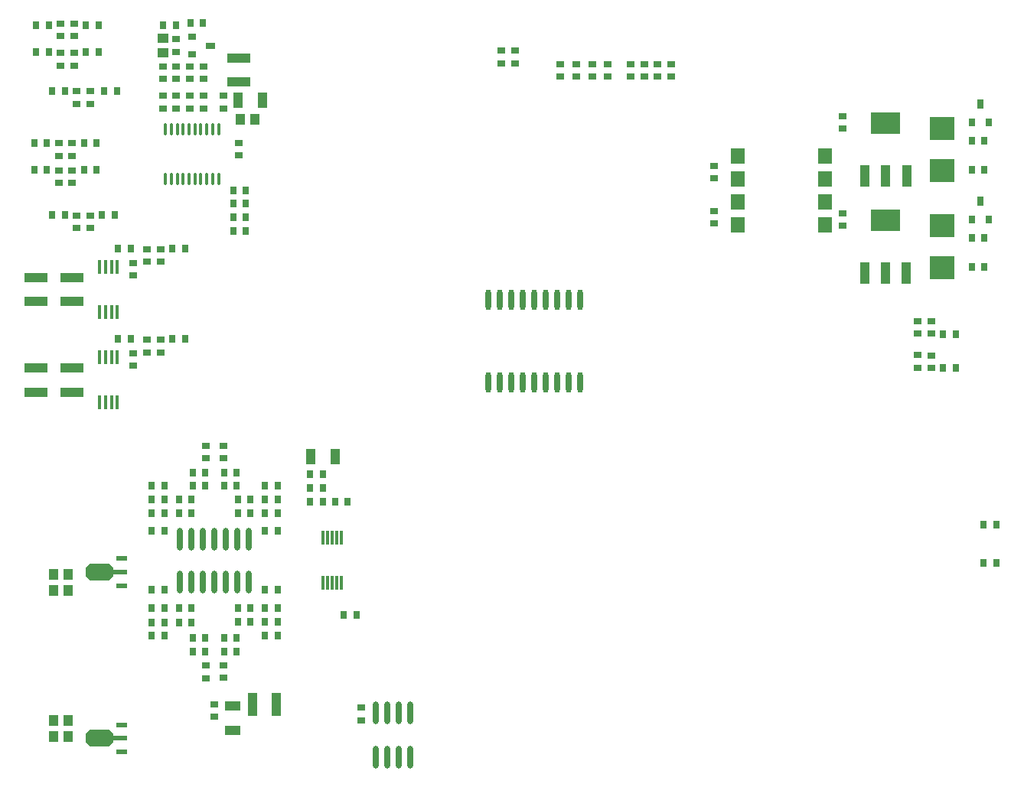
<source format=gtp>
G04*
G04 #@! TF.GenerationSoftware,Altium Limited,Altium Designer,19.1.6 (110)*
G04*
G04 Layer_Color=8421504*
%FSLAX44Y44*%
%MOMM*%
G71*
G01*
G75*
%ADD19R,2.6000X1.1000*%
%ADD20R,1.0000X1.3000*%
%ADD21R,0.8000X0.9000*%
%ADD22R,0.9000X0.8000*%
%ADD23R,0.9000X0.6500*%
%ADD24R,1.1000X0.6500*%
%ADD25R,1.3000X1.0000*%
%ADD26R,1.1000X1.7000*%
%ADD27O,0.4000X1.3500*%
%ADD28R,0.4000X1.6000*%
%ADD29O,0.7000X2.5000*%
%ADD30R,0.4000X1.5000*%
%ADD31R,1.1000X2.6000*%
%ADD32R,1.2000X0.5000*%
%ADD33R,1.6000X0.5000*%
G04:AMPARAMS|DCode=34|XSize=1.8mm|YSize=3mm|CornerRadius=0mm|HoleSize=0mm|Usage=FLASHONLY|Rotation=270.000|XOffset=0mm|YOffset=0mm|HoleType=Round|Shape=Octagon|*
%AMOCTAGOND34*
4,1,8,1.5000,0.4500,1.5000,-0.4500,1.0500,-0.9000,-1.0500,-0.9000,-1.5000,-0.4500,-1.5000,0.4500,-1.0500,0.9000,1.0500,0.9000,1.5000,0.4500,0.0*
%
%ADD34OCTAGOND34*%

%ADD35R,1.0000X2.4000*%
%ADD36R,3.3000X2.4000*%
%ADD37R,1.6500X1.7000*%
%ADD38O,0.6000X2.3000*%
%ADD39R,0.6500X0.9000*%
%ADD40R,0.6500X1.1000*%
%ADD41R,1.7000X1.1000*%
%ADD42R,2.7432X2.6162*%
D19*
X-707497Y108500D02*
D03*
Y81500D02*
D03*
X-747497Y108500D02*
D03*
Y81500D02*
D03*
X-707497Y8500D02*
D03*
Y-18500D02*
D03*
X-747497Y8500D02*
D03*
Y-18500D02*
D03*
X-523500Y324502D02*
D03*
Y351502D02*
D03*
D20*
X-727998Y-220399D02*
D03*
X-711998D02*
D03*
X-727998Y-237899D02*
D03*
X-711998D02*
D03*
X-521500Y282985D02*
D03*
X-505500D02*
D03*
X-727998Y-399496D02*
D03*
X-711998D02*
D03*
X-727998Y-381996D02*
D03*
X-711998D02*
D03*
D21*
X-658002Y315000D02*
D03*
X-672002D02*
D03*
X-729498Y315000D02*
D03*
X-715498D02*
D03*
X-747500Y357500D02*
D03*
X-733500D02*
D03*
X-678503Y357500D02*
D03*
X-692503D02*
D03*
X-678503Y387500D02*
D03*
X-692503D02*
D03*
X-606998Y387500D02*
D03*
X-592998D02*
D03*
X-680502Y257500D02*
D03*
X-694502D02*
D03*
X-749498Y227500D02*
D03*
X-735498D02*
D03*
X-729498Y177500D02*
D03*
X-715498D02*
D03*
X-660502Y177500D02*
D03*
X-674502D02*
D03*
X-680502Y227500D02*
D03*
X-694502D02*
D03*
X-656996Y40000D02*
D03*
X-642996D02*
D03*
X-582999Y40000D02*
D03*
X-596999D02*
D03*
X-619498Y-257999D02*
D03*
X-605498D02*
D03*
X-619502Y-273499D02*
D03*
X-605502D02*
D03*
X-605503Y-287999D02*
D03*
X-619503D02*
D03*
X-510502Y-152499D02*
D03*
X-524502D02*
D03*
X-539498Y-122499D02*
D03*
X-525498D02*
D03*
X-510502Y-137499D02*
D03*
X-524502D02*
D03*
X-480502Y-172499D02*
D03*
X-494502D02*
D03*
X-494498Y-152499D02*
D03*
X-480498D02*
D03*
X-480502Y-137499D02*
D03*
X-494502D02*
D03*
X-539498Y-107499D02*
D03*
X-525498D02*
D03*
X-560502Y-122499D02*
D03*
X-574502D02*
D03*
X-560502Y-107499D02*
D03*
X-574502D02*
D03*
X-589498Y-152499D02*
D03*
X-575498D02*
D03*
X-589498Y-137499D02*
D03*
X-575498D02*
D03*
X-480502Y-122499D02*
D03*
X-494502D02*
D03*
X-444498Y-109500D02*
D03*
X-430498D02*
D03*
X-430502Y-125000D02*
D03*
X-444502D02*
D03*
X-444498Y-140000D02*
D03*
X-430498D02*
D03*
X-403002Y-140000D02*
D03*
X-417002D02*
D03*
X-480502Y-237499D02*
D03*
X-494502D02*
D03*
X-480502Y-257999D02*
D03*
X-494502D02*
D03*
X-494498Y-272999D02*
D03*
X-480498D02*
D03*
X-480502Y-287999D02*
D03*
X-494502D02*
D03*
X-510502Y-272999D02*
D03*
X-524502D02*
D03*
X-510502Y-257999D02*
D03*
X-524502D02*
D03*
X-589498Y-257999D02*
D03*
X-575498D02*
D03*
X-589750Y-273499D02*
D03*
X-575750D02*
D03*
X-539498Y-290499D02*
D03*
X-525498D02*
D03*
X-539498Y-305499D02*
D03*
X-525498D02*
D03*
X-560502Y-305499D02*
D03*
X-574502D02*
D03*
X-560502Y-290499D02*
D03*
X-574502D02*
D03*
X-619498Y-237499D02*
D03*
X-605498D02*
D03*
X-582999Y140000D02*
D03*
X-596999D02*
D03*
X-515502Y205000D02*
D03*
X-529502D02*
D03*
X-515502Y175000D02*
D03*
X-529502D02*
D03*
X-747500Y387500D02*
D03*
X-733500D02*
D03*
X-529498Y190000D02*
D03*
X-515498D02*
D03*
X-656996Y140000D02*
D03*
X-642996D02*
D03*
X-619498Y-137499D02*
D03*
X-605498D02*
D03*
X-619498Y-122499D02*
D03*
X-605498D02*
D03*
X-619498Y-172499D02*
D03*
X-605498D02*
D03*
X-576998Y390000D02*
D03*
X-562998D02*
D03*
X-529498Y160000D02*
D03*
X-515498D02*
D03*
X-749498Y257500D02*
D03*
X-735498D02*
D03*
X287500Y260000D02*
D03*
X301500D02*
D03*
X287500Y227500D02*
D03*
X301500D02*
D03*
X287500Y152500D02*
D03*
X301500D02*
D03*
X287500Y120000D02*
D03*
X301500D02*
D03*
X269998Y7939D02*
D03*
X255998D02*
D03*
X269998Y45439D02*
D03*
X255998D02*
D03*
X300502Y-207500D02*
D03*
X314502D02*
D03*
X314498Y-165000D02*
D03*
X300498D02*
D03*
X-393002Y-265000D02*
D03*
X-407002D02*
D03*
X-605502Y-152499D02*
D03*
X-619502D02*
D03*
D22*
X-702500Y314498D02*
D03*
Y300498D02*
D03*
X-720502Y343002D02*
D03*
Y357002D02*
D03*
X-705502Y356998D02*
D03*
Y342998D02*
D03*
X-720502Y375502D02*
D03*
Y389502D02*
D03*
X-705502Y389498D02*
D03*
Y375498D02*
D03*
X-592500Y358002D02*
D03*
Y372002D02*
D03*
X-562500Y341998D02*
D03*
Y327998D02*
D03*
X-577500Y341998D02*
D03*
Y327998D02*
D03*
X-592500Y328002D02*
D03*
Y342002D02*
D03*
X-607500Y341998D02*
D03*
Y327998D02*
D03*
X-562500Y295502D02*
D03*
Y309502D02*
D03*
X-577500Y309498D02*
D03*
Y295498D02*
D03*
X-592500Y309498D02*
D03*
Y295498D02*
D03*
X-607500Y295502D02*
D03*
Y309502D02*
D03*
X-540500Y309498D02*
D03*
Y295498D02*
D03*
X-523500Y243250D02*
D03*
Y257250D02*
D03*
X-707500Y256998D02*
D03*
Y242998D02*
D03*
Y226998D02*
D03*
Y212998D02*
D03*
X-722500Y213002D02*
D03*
Y227002D02*
D03*
X-702500Y163002D02*
D03*
Y177002D02*
D03*
X-687500Y176998D02*
D03*
Y162998D02*
D03*
X-609997Y139498D02*
D03*
Y125498D02*
D03*
X-624997Y125502D02*
D03*
Y139502D02*
D03*
X-639997Y124498D02*
D03*
Y110498D02*
D03*
X-609997Y39498D02*
D03*
Y25498D02*
D03*
X-624998Y25502D02*
D03*
Y39502D02*
D03*
X-639997Y24498D02*
D03*
Y10498D02*
D03*
X-540000Y-78001D02*
D03*
Y-92001D02*
D03*
X-560000Y-78001D02*
D03*
Y-92001D02*
D03*
X-560000Y-335496D02*
D03*
Y-321496D02*
D03*
X-540000Y-334997D02*
D03*
Y-320998D02*
D03*
X2500Y218002D02*
D03*
Y232002D02*
D03*
Y168002D02*
D03*
Y182002D02*
D03*
X-90000Y330502D02*
D03*
Y344502D02*
D03*
X-150000Y330502D02*
D03*
Y344502D02*
D03*
X-167500Y344498D02*
D03*
Y330498D02*
D03*
X-217500Y359498D02*
D03*
Y345498D02*
D03*
X-232500Y345502D02*
D03*
Y359502D02*
D03*
X-75000Y344498D02*
D03*
Y330498D02*
D03*
X-45000Y344498D02*
D03*
Y330498D02*
D03*
X-115000Y330502D02*
D03*
Y344502D02*
D03*
X-60000Y330502D02*
D03*
Y344502D02*
D03*
X-132500Y344498D02*
D03*
Y330498D02*
D03*
X145000Y273002D02*
D03*
Y287002D02*
D03*
Y165502D02*
D03*
Y179502D02*
D03*
X243000Y21939D02*
D03*
Y7939D02*
D03*
X243000Y59938D02*
D03*
Y45938D02*
D03*
X-722500Y243002D02*
D03*
Y257002D02*
D03*
X-387500Y-381998D02*
D03*
Y-367998D02*
D03*
X228000Y59938D02*
D03*
Y45938D02*
D03*
Y22438D02*
D03*
Y8438D02*
D03*
X-687500Y300502D02*
D03*
Y314502D02*
D03*
X-550000Y-364254D02*
D03*
Y-378254D02*
D03*
D23*
X-575375Y374500D02*
D03*
Y355500D02*
D03*
D24*
X-554625Y365000D02*
D03*
D25*
X-607500Y357000D02*
D03*
Y373000D02*
D03*
D26*
X-497000Y304498D02*
D03*
X-524000D02*
D03*
X-443500Y-90000D02*
D03*
X-416500D02*
D03*
D27*
X-604250Y217250D02*
D03*
X-597750D02*
D03*
X-591250D02*
D03*
X-584750D02*
D03*
X-578250D02*
D03*
X-571750D02*
D03*
X-565250D02*
D03*
X-558750D02*
D03*
X-552250D02*
D03*
X-545750D02*
D03*
X-604250Y272750D02*
D03*
X-597750D02*
D03*
X-591250D02*
D03*
X-584750D02*
D03*
X-578250D02*
D03*
X-571750D02*
D03*
X-565250D02*
D03*
X-558750D02*
D03*
X-552250D02*
D03*
X-545750D02*
D03*
D28*
X-677247Y-30000D02*
D03*
X-670748D02*
D03*
X-664248D02*
D03*
X-657747D02*
D03*
X-677247Y20000D02*
D03*
X-670748D02*
D03*
X-664248D02*
D03*
X-657747D02*
D03*
X-677247Y70000D02*
D03*
X-670748D02*
D03*
X-664248D02*
D03*
X-657747D02*
D03*
X-677247Y120000D02*
D03*
X-670748D02*
D03*
X-664248D02*
D03*
X-657747D02*
D03*
D29*
X-524600Y-181499D02*
D03*
X-588100Y-228499D02*
D03*
X-575400D02*
D03*
X-562700D02*
D03*
X-550000D02*
D03*
X-537300D02*
D03*
X-524600D02*
D03*
X-511900D02*
D03*
X-588100Y-181499D02*
D03*
X-575400D02*
D03*
X-562700D02*
D03*
X-550000D02*
D03*
X-537300D02*
D03*
X-511900D02*
D03*
X-371900Y-422500D02*
D03*
X-359200D02*
D03*
X-346500D02*
D03*
X-333800D02*
D03*
X-371900Y-373500D02*
D03*
X-359200D02*
D03*
X-346500D02*
D03*
X-333800D02*
D03*
D30*
X-410000Y-180000D02*
D03*
X-415000D02*
D03*
X-420000D02*
D03*
X-425000D02*
D03*
X-430000D02*
D03*
X-410000Y-230000D02*
D03*
X-415000D02*
D03*
X-420000D02*
D03*
X-425000D02*
D03*
X-430000D02*
D03*
D31*
X-508500Y-364676D02*
D03*
X-481500D02*
D03*
D32*
X-652497Y-232899D02*
D03*
Y-202899D02*
D03*
Y-416898D02*
D03*
Y-386898D02*
D03*
D33*
X-654498Y-217899D02*
D03*
Y-401898D02*
D03*
D34*
X-677497Y-217899D02*
D03*
Y-401898D02*
D03*
D35*
X169500Y221000D02*
D03*
X192500D02*
D03*
X215500D02*
D03*
X168998Y113500D02*
D03*
X191998D02*
D03*
X214998D02*
D03*
D36*
X192500Y279000D02*
D03*
X191998Y171500D02*
D03*
D37*
X125258Y166900D02*
D03*
Y192300D02*
D03*
Y217700D02*
D03*
Y243100D02*
D03*
X28738D02*
D03*
Y217700D02*
D03*
Y192300D02*
D03*
Y166900D02*
D03*
D38*
X-145698Y83298D02*
D03*
X-158398D02*
D03*
X-171098D02*
D03*
X-183798D02*
D03*
X-196498D02*
D03*
X-209198D02*
D03*
X-221898D02*
D03*
X-234598D02*
D03*
X-247298D02*
D03*
X-145698Y-7702D02*
D03*
X-158398D02*
D03*
X-171098D02*
D03*
X-183798D02*
D03*
X-196498D02*
D03*
X-209198D02*
D03*
X-221898D02*
D03*
X-234598D02*
D03*
X-247298D02*
D03*
D39*
X287500Y279623D02*
D03*
X306500D02*
D03*
X287498Y172125D02*
D03*
X306498D02*
D03*
D40*
X297000Y300373D02*
D03*
X296998Y192875D02*
D03*
D41*
X-530000Y-393176D02*
D03*
Y-366176D02*
D03*
D42*
X254498Y273495D02*
D03*
Y226505D02*
D03*
Y165995D02*
D03*
Y119005D02*
D03*
M02*

</source>
